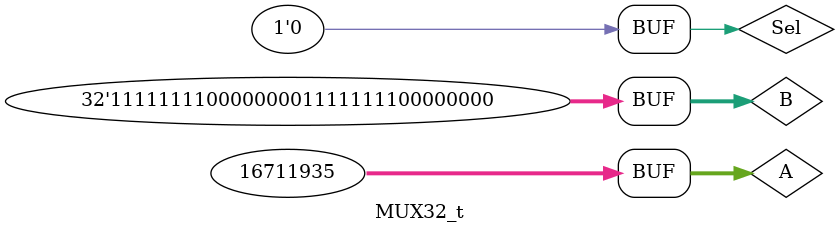
<source format=v>
`timescale 1ns / 1ps


module MUX32_t;

	// Inputs
	reg [31:0] A;
	reg [31:0] B;
	reg Sel;

	// Outputs
	wire [31:0] O;

	// Instantiate the Unit Under Test (UUT)
	MUX32_2_1 uut (
		.A(A), 
		.B(B), 
		.Sel(Sel), 
		.O(O)
	);

	initial begin
		// Initialize Inputs
		A = 0;
		B = 0;
		Sel = 0;

		// Wait 100 ns for global reset to finish
		#100;
		A = 32'b00000000111111110000000011111111;
		B = 32'b11111111000000001111111100000000;
		#100;
		Sel = 1;
		#100;
		Sel = 0;
        
		// Add stimulus here

	end
      
endmodule


</source>
